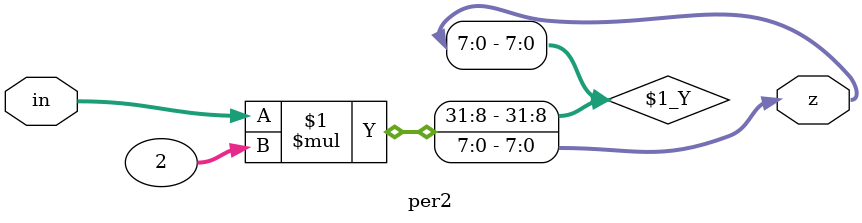
<source format=sv>
module per2 (output [N-1:0]z, input [N-1:0]in);

  parameter N=8; // per gestire numeri a 8 bit
  assign #2 z= in*2;

endmodule

</source>
